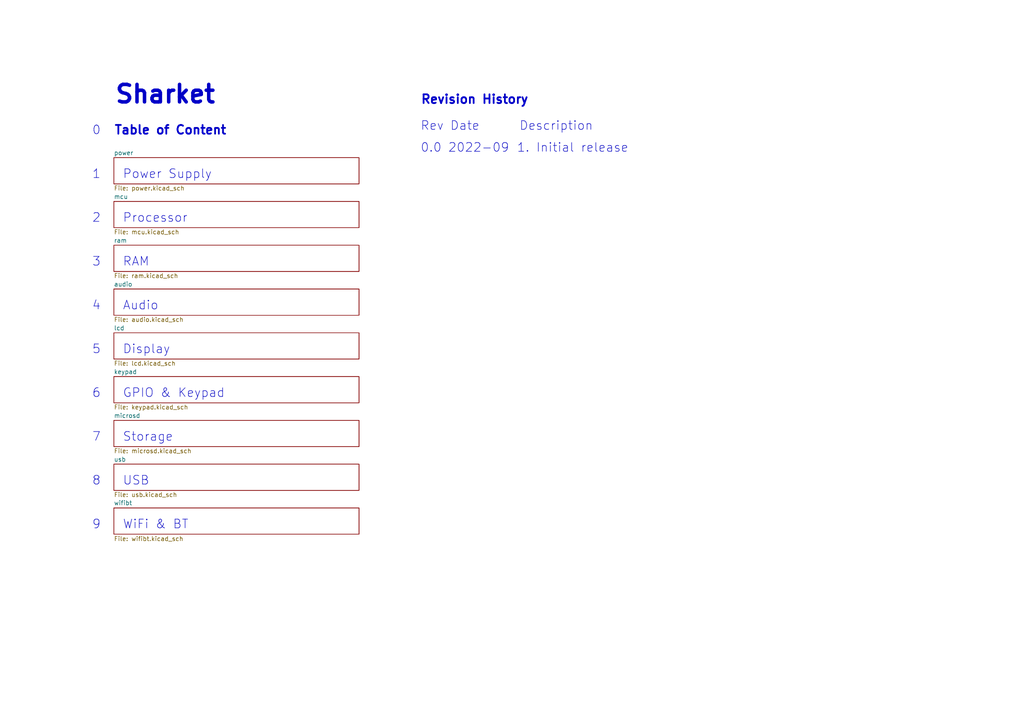
<source format=kicad_sch>
(kicad_sch (version 20211123) (generator eeschema)
  (paper "A4")
  (title_block (title "Sharket") (date "2022-09-21") (rev "0.0"))
  (lib_symbols)
  (text "8" (at 26.67 140.97 0) (effects (font (size 2.54 2.54)) (justify left bottom)))
  (text "1" (at 26.67 52.07 0) (effects (font (size 2.54 2.54)) (justify left bottom)))
  (text "Storage" (at 35.56 128.27 0) (effects (font (size 2.54 2.54)) (justify left bottom)))
  (text "2" (at 26.67 64.77 0) (effects (font (size 2.54 2.54)) (justify left bottom)))
  (text "5" (at 26.67 102.87 0) (effects (font (size 2.54 2.54)) (justify left bottom)))
  (text "WiFi & BT" (at 35.56 153.67 0) (effects (font (size 2.54 2.54)) (justify left bottom)))
  (text "0.0 2022-09" (at 121.92 44.45 0) (effects (font (size 2.54 2.54)) (justify left bottom)))
  (text "0" (at 26.67 39.37 0) (effects (font (size 2.54 2.54)) (justify left bottom)))
  (text "Processor" (at 35.56 64.77 0) (effects (font (size 2.54 2.54)) (justify left bottom)))
  (text "Display" (at 35.56 102.87 0) (effects (font (size 2.54 2.54)) (justify left bottom)))
  (text "3" (at 26.67 77.47 0) (effects (font (size 2.54 2.54)) (justify left bottom)))
  (text "Revision History" (at 121.92 30.48 0) (effects (font (size 2.54 2.54) (thickness 0.508) bold) (justify left bottom)))
  (text "7" (at 26.67 128.27 0) (effects (font (size 2.54 2.54)) (justify left bottom)))
  (text "Power Supply" (at 35.56 52.07 0) (effects (font (size 2.54 2.54)) (justify left bottom)))
  (text "6" (at 26.67 115.57 0) (effects (font (size 2.54 2.54)) (justify left bottom)))
  (text "Sharket" (at 33.02 30.48 0) (effects (font (size 5.08 5.08) (thickness 1.016) bold) (justify left bottom)))
  (text "GPIO & Keypad" (at 35.56 115.57 0) (effects (font (size 2.54 2.54)) (justify left bottom)))
  (text "USB" (at 35.56 140.97 0) (effects (font (size 2.54 2.54)) (justify left bottom)))
  (text "Table of Content" (at 33.02 39.37 0) (effects (font (size 2.54 2.54) (thickness 0.508) bold) (justify left bottom)))
  (text "RAM" (at 35.56 77.47 0) (effects (font (size 2.54 2.54)) (justify left bottom)))
  (text "9" (at 26.67 153.67 0) (effects (font (size 2.54 2.54)) (justify left bottom)))
  (text "Rev Date      Description " (at 121.92 38.1 0) (effects (font (size 2.54 2.54)) (justify left bottom)))
  (text "Audio" (at 35.56 90.17 0) (effects (font (size 2.54 2.54)) (justify left bottom)))
  (text "4" (at 26.67 90.17 0) (effects (font (size 2.54 2.54)) (justify left bottom)))
  (text "1. Initial release" (at 149.86 44.45 0) (effects (font (size 2.54 2.54)) (justify left bottom)))
  (sheet (at 33.02 45.72) (size 71.12 7.62)
    (property "Sheet name" "power" (at 33.02 45.0845 0) (effects (justify left bottom)))
    (property "Sheet file" "power.kicad_sch" (at 33.02 53.8485 0) (effects (justify left top)))
  )
  (sheet (at 33.02 83.82) (size 71.12 7.62)
    (property "Sheet name" "audio" (at 33.02 83.1845 0) (effects (justify left bottom)))
    (property "Sheet file" "audio.kicad_sch" (at 33.02 91.9485 0) (effects (justify left top)))
  )
  (sheet (at 33.02 96.52) (size 71.12 7.62)
    (property "Sheet name" "lcd" (at 33.02 95.8845 0) (effects (justify left bottom)))
    (property "Sheet file" "lcd.kicad_sch" (at 33.02 104.6485 0) (effects (justify left top)))
  )
  (sheet (at 33.02 109.22) (size 71.12 7.62)
    (property "Sheet name" "keypad" (at 33.02 108.5845 0) (effects (justify left bottom)))
    (property "Sheet file" "keypad.kicad_sch" (at 33.02 117.3485 0) (effects (justify left top)))
  )
  (sheet (at 33.02 121.92) (size 71.12 7.62)
    (property "Sheet name" "microsd" (at 33.02 121.2845 0) (effects (justify left bottom)))
    (property "Sheet file" "microsd.kicad_sch" (at 33.02 130.0485 0) (effects (justify left top)))
  )
  (sheet (at 33.02 134.62) (size 71.12 7.62)
    (property "Sheet name" "usb" (at 33.02 133.9845 0) (effects (justify left bottom)))
    (property "Sheet file" "usb.kicad_sch" (at 33.02 142.7485 0) (effects (justify left top)))
  )
  (sheet (at 33.02 71.12) (size 71.12 7.62)
    (property "Sheet name" "ram" (at 33.02 70.4845 0) (effects (justify left bottom)))
    (property "Sheet file" "ram.kicad_sch" (at 33.02 79.2485 0) (effects (justify left top)))
  )
  (sheet (at 33.02 58.42) (size 71.12 7.62)
    (property "Sheet name" "mcu" (at 33.02 57.7841 0) (effects (justify left bottom)))
    (property "Sheet file" "mcu.kicad_sch" (at 33.02 66.5489 0) (effects (justify left top)))
  )
  (sheet (at 33.02 147.32) (size 71.12 7.62)
    (property "Sheet name" "wifibt" (at 33.02 146.6084 0) (effects (justify left bottom)))
    (property "Sheet file" "wifibt.kicad_sch" (at 33.02 155.5246 0) (effects (justify left top)))
  )
)
</source>
